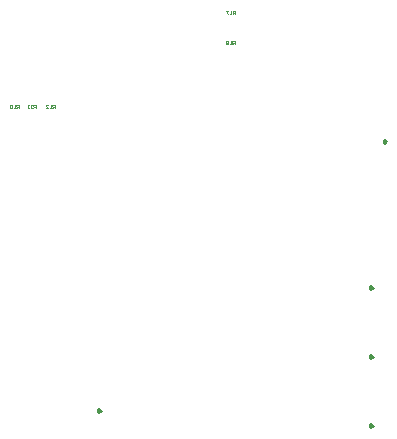
<source format=gbo>
G04*
G04 #@! TF.GenerationSoftware,Altium Limited,Altium Designer,23.3.1 (30)*
G04*
G04 Layer_Color=32896*
%FSLAX25Y25*%
%MOIN*%
G70*
G04*
G04 #@! TF.SameCoordinates,6E427E01-6470-4732-AD83-5CA9447D70B9*
G04*
G04*
G04 #@! TF.FilePolarity,Positive*
G04*
G01*
G75*
%ADD14C,0.00200*%
%ADD79C,0.01000*%
D14*
X481800Y364900D02*
Y366100D01*
X481200D01*
X481000Y365900D01*
Y365500D01*
X481200Y365300D01*
X481800D01*
X481400D02*
X481000Y364900D01*
X480600D02*
X480200D01*
X480401D01*
Y366100D01*
X480600Y365900D01*
X479601D02*
X479401Y366100D01*
X479001D01*
X478801Y365900D01*
Y365700D01*
X479001Y365500D01*
X478801Y365300D01*
Y365100D01*
X479001Y364900D01*
X479401D01*
X479601Y365100D01*
Y365300D01*
X479401Y365500D01*
X479601Y365700D01*
Y365900D01*
X479401Y365500D02*
X479001D01*
X481900Y374900D02*
Y376100D01*
X481300D01*
X481100Y375900D01*
Y375500D01*
X481300Y375300D01*
X481900D01*
X481500D02*
X481100Y374900D01*
X480700D02*
X480301D01*
X480501D01*
Y376100D01*
X480700Y375900D01*
X479701Y376100D02*
X478901D01*
Y375900D01*
X479701Y375100D01*
Y374900D01*
X421800Y343600D02*
Y344800D01*
X421200D01*
X421000Y344600D01*
Y344200D01*
X421200Y344000D01*
X421800D01*
X421400D02*
X421000Y343600D01*
X420600D02*
X420200D01*
X420400D01*
Y344800D01*
X420600Y344600D01*
X418801Y343600D02*
X419601D01*
X418801Y344400D01*
Y344600D01*
X419001Y344800D01*
X419401D01*
X419601Y344600D01*
X415400Y343600D02*
Y344800D01*
X414800D01*
X414600Y344600D01*
Y344200D01*
X414800Y344000D01*
X415400D01*
X415000D02*
X414600Y343600D01*
X414200D02*
X413800D01*
X414001D01*
Y344800D01*
X414200Y344600D01*
X413201Y343600D02*
X412801D01*
X413001D01*
Y344800D01*
X413201Y344600D01*
X409800Y343600D02*
Y344800D01*
X409200D01*
X409000Y344600D01*
Y344200D01*
X409200Y344000D01*
X409800D01*
X409400D02*
X409000Y343600D01*
X408600D02*
X408201D01*
X408400D01*
Y344800D01*
X408600Y344600D01*
X407601D02*
X407401Y344800D01*
X407001D01*
X406801Y344600D01*
Y343800D01*
X407001Y343600D01*
X407401D01*
X407601Y343800D01*
Y344600D01*
D79*
X437104Y242831D02*
X436269Y243313D01*
Y242349D01*
X437104Y242831D01*
X532226Y332669D02*
X531391Y333152D01*
Y332187D01*
X532226Y332669D01*
X527726Y283831D02*
X526891Y284313D01*
Y283348D01*
X527726Y283831D01*
Y237831D02*
X526891Y238313D01*
Y237349D01*
X527726Y237831D01*
X527789Y260831D02*
X526954Y261313D01*
Y260349D01*
X527789Y260831D01*
M02*

</source>
